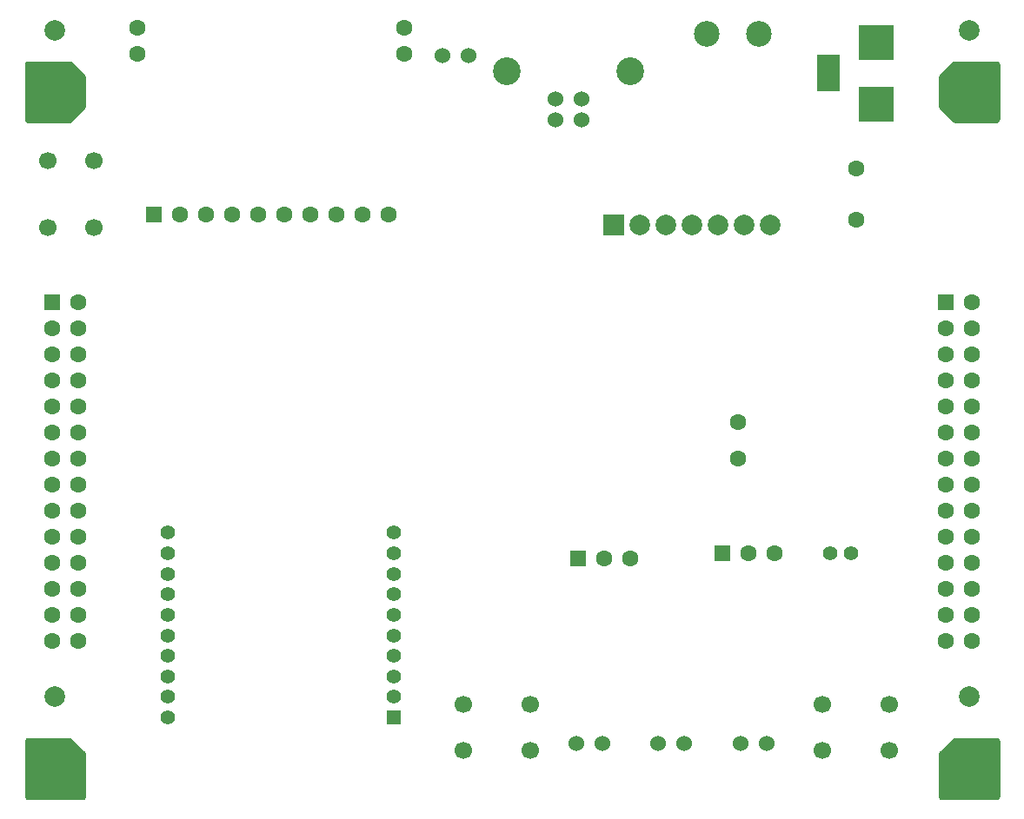
<source format=gbs>
%TF.GenerationSoftware,KiCad,Pcbnew,(5.1.12)-1*%
%TF.CreationDate,2022-03-07T16:27:54+09:00*%
%TF.ProjectId,RP2040CommandStation,52503230-3430-4436-9f6d-6d616e645374,rev?*%
%TF.SameCoordinates,PX6cb8080PY8d24d00*%
%TF.FileFunction,Soldermask,Bot*%
%TF.FilePolarity,Negative*%
%FSLAX46Y46*%
G04 Gerber Fmt 4.6, Leading zero omitted, Abs format (unit mm)*
G04 Created by KiCad (PCBNEW (5.1.12)-1) date 2022-03-07 16:27:54*
%MOMM*%
%LPD*%
G01*
G04 APERTURE LIST*
%ADD10C,2.000000*%
%ADD11C,1.600000*%
%ADD12C,1.400000*%
%ADD13R,1.600000X1.600000*%
%ADD14C,1.524000*%
%ADD15C,3.200000*%
%ADD16R,3.500120X3.500120*%
%ADD17R,2.200000X3.600000*%
%ADD18C,2.500000*%
%ADD19C,2.700000*%
%ADD20C,1.700000*%
%ADD21R,2.000000X2.000000*%
%ADD22R,1.400000X1.400000*%
%ADD23C,0.250000*%
%ADD24C,0.100000*%
G04 APERTURE END LIST*
D10*
%TO.C,REF\u002A\u002A*%
X3000000Y10000000D03*
%TD*%
%TO.C,REF\u002A\u002A*%
X92000000Y10000000D03*
%TD*%
%TO.C,REF\u002A\u002A*%
X3000000Y75000000D03*
%TD*%
%TO.C,REF\u002A\u002A*%
X92000000Y75000000D03*
%TD*%
D11*
%TO.C,C1*%
X81000000Y56500000D03*
X81000000Y61500000D03*
%TD*%
%TO.C,C3*%
X69500000Y33250000D03*
X69500000Y36750000D03*
%TD*%
D12*
%TO.C,C4*%
X78500000Y24000000D03*
X80500000Y24000000D03*
%TD*%
D11*
%TO.C,CN1*%
X35430000Y57000000D03*
X30350000Y57000000D03*
X27810000Y57000000D03*
X25270000Y57000000D03*
X22730000Y57000000D03*
X20190000Y57000000D03*
X17650000Y57000000D03*
X15110000Y57000000D03*
X11000000Y72730000D03*
X11000000Y75270000D03*
X37000000Y75270000D03*
X37000000Y72730000D03*
X32890000Y57000000D03*
D13*
X12570000Y57000000D03*
%TD*%
D14*
%TO.C,D5*%
X64270000Y5500000D03*
X61730000Y5500000D03*
%TD*%
%TO.C,D6*%
X72270000Y5500000D03*
X69730000Y5500000D03*
%TD*%
%TO.C,D7*%
X40730000Y72500000D03*
X43270000Y72500000D03*
%TD*%
D15*
%TO.C,H1*%
X92000000Y69000000D03*
%TD*%
%TO.C,H2*%
X92000000Y3000000D03*
%TD*%
%TO.C,H3*%
X3000000Y69000000D03*
%TD*%
%TO.C,H4*%
X3000000Y3000000D03*
%TD*%
D16*
%TO.C,J1*%
X83000000Y67799860D03*
X83000000Y73799340D03*
D17*
X78301000Y70799600D03*
%TD*%
D18*
%TO.C,J2*%
X71540000Y74600000D03*
X66460000Y74600000D03*
%TD*%
D14*
%TO.C,J3*%
X51750000Y66290000D03*
X54250000Y66290000D03*
X54250000Y68290000D03*
X51750000Y68290000D03*
D19*
X59020000Y71000000D03*
X46980000Y71000000D03*
%TD*%
D11*
%TO.C,J4*%
X5270000Y15490000D03*
X2730000Y15490000D03*
X5270000Y18030000D03*
X2730000Y18030000D03*
X5270000Y20570000D03*
X2730000Y20570000D03*
X5270000Y23110000D03*
X2730000Y23110000D03*
X5270000Y25650000D03*
X2730000Y25650000D03*
X5270000Y28190000D03*
X2730000Y28190000D03*
X5270000Y30730000D03*
X2730000Y30730000D03*
X5270000Y33270000D03*
X2730000Y33270000D03*
X5270000Y35810000D03*
X2730000Y35810000D03*
X5270000Y38350000D03*
X2730000Y38350000D03*
X5270000Y40890000D03*
X2730000Y40890000D03*
X5270000Y43430000D03*
X2730000Y43430000D03*
X5270000Y45970000D03*
X2730000Y45970000D03*
X5270000Y48510000D03*
D13*
X2730000Y48510000D03*
%TD*%
%TO.C,J5*%
X89730000Y48510000D03*
D11*
X92270000Y48510000D03*
X89730000Y45970000D03*
X92270000Y45970000D03*
X89730000Y43430000D03*
X92270000Y43430000D03*
X89730000Y40890000D03*
X92270000Y40890000D03*
X89730000Y38350000D03*
X92270000Y38350000D03*
X89730000Y35810000D03*
X92270000Y35810000D03*
X89730000Y33270000D03*
X92270000Y33270000D03*
X89730000Y30730000D03*
X92270000Y30730000D03*
X89730000Y28190000D03*
X92270000Y28190000D03*
X89730000Y25650000D03*
X92270000Y25650000D03*
X89730000Y23110000D03*
X92270000Y23110000D03*
X89730000Y20570000D03*
X92270000Y20570000D03*
X89730000Y18030000D03*
X92270000Y18030000D03*
X89730000Y15490000D03*
X92270000Y15490000D03*
%TD*%
D20*
%TO.C,SW1*%
X2250000Y55750000D03*
X2250000Y62250000D03*
X6750000Y55750000D03*
X6750000Y62250000D03*
%TD*%
%TO.C,SW2*%
X77750000Y9250000D03*
X84250000Y9250000D03*
X77750000Y4750000D03*
X84250000Y4750000D03*
%TD*%
D21*
%TO.C,U3*%
X57380000Y56000000D03*
D10*
X59920000Y56000000D03*
X62460000Y56000000D03*
X65000000Y56000000D03*
X67540000Y56000000D03*
X70080000Y56000000D03*
X72620000Y56000000D03*
%TD*%
D13*
%TO.C,U5*%
X67960000Y24000000D03*
D11*
X70500000Y24000000D03*
X73040000Y24000000D03*
%TD*%
D22*
%TO.C,U6*%
X36000000Y8000000D03*
D12*
X36000000Y10000000D03*
X36000000Y12000000D03*
X36000000Y14000000D03*
X36000000Y16000000D03*
X36000000Y18000000D03*
X36000000Y20000000D03*
X36000000Y22000000D03*
X36000000Y24000000D03*
X36000000Y26000000D03*
X14000000Y26000000D03*
X14000000Y24000000D03*
X14000000Y22000000D03*
X14000000Y20000000D03*
X14000000Y18000000D03*
X14000000Y16000000D03*
X14000000Y14000000D03*
X14000000Y12000000D03*
X14000000Y10000000D03*
X14000000Y8000000D03*
%TD*%
D11*
%TO.C,J6*%
X59040000Y23500000D03*
X56500000Y23500000D03*
D13*
X53960000Y23500000D03*
%TD*%
D20*
%TO.C,SW3*%
X49250000Y4750000D03*
X42750000Y4750000D03*
X49250000Y9250000D03*
X42750000Y9250000D03*
%TD*%
D14*
%TO.C,D8*%
X56270000Y5500000D03*
X53730000Y5500000D03*
%TD*%
D23*
X4441768Y5859417D02*
X4508188Y5815036D01*
X5815036Y4508188D01*
X5859417Y4441768D01*
X5875000Y4363426D01*
X5875000Y312310D01*
X5859417Y233968D01*
X5822012Y177988D01*
X5766032Y140583D01*
X5687690Y125000D01*
X312310Y125000D01*
X233968Y140583D01*
X177988Y177988D01*
X140583Y233968D01*
X125000Y312310D01*
X125000Y5687690D01*
X140583Y5766032D01*
X177988Y5822012D01*
X233968Y5859417D01*
X312310Y5875000D01*
X4363426Y5875000D01*
X4441768Y5859417D01*
D24*
G36*
X4441768Y5859417D02*
G01*
X4508188Y5815036D01*
X5815036Y4508188D01*
X5859417Y4441768D01*
X5875000Y4363426D01*
X5875000Y312310D01*
X5859417Y233968D01*
X5822012Y177988D01*
X5766032Y140583D01*
X5687690Y125000D01*
X312310Y125000D01*
X233968Y140583D01*
X177988Y177988D01*
X140583Y233968D01*
X125000Y312310D01*
X125000Y5687690D01*
X140583Y5766032D01*
X177988Y5822012D01*
X233968Y5859417D01*
X312310Y5875000D01*
X4363426Y5875000D01*
X4441768Y5859417D01*
G37*
D23*
X94766032Y5859417D02*
X94822012Y5822012D01*
X94859417Y5766032D01*
X94875000Y5687690D01*
X94875000Y312310D01*
X94859417Y233968D01*
X94822012Y177988D01*
X94766032Y140583D01*
X94687690Y125000D01*
X89312310Y125000D01*
X89233968Y140583D01*
X89177988Y177988D01*
X89140583Y233968D01*
X89125000Y312310D01*
X89125000Y4363426D01*
X89140583Y4441768D01*
X89184964Y4508188D01*
X90491812Y5815036D01*
X90558232Y5859417D01*
X90636574Y5875000D01*
X94687690Y5875000D01*
X94766032Y5859417D01*
D24*
G36*
X94766032Y5859417D02*
G01*
X94822012Y5822012D01*
X94859417Y5766032D01*
X94875000Y5687690D01*
X94875000Y312310D01*
X94859417Y233968D01*
X94822012Y177988D01*
X94766032Y140583D01*
X94687690Y125000D01*
X89312310Y125000D01*
X89233968Y140583D01*
X89177988Y177988D01*
X89140583Y233968D01*
X89125000Y312310D01*
X89125000Y4363426D01*
X89140583Y4441768D01*
X89184964Y4508188D01*
X90491812Y5815036D01*
X90558232Y5859417D01*
X90636574Y5875000D01*
X94687690Y5875000D01*
X94766032Y5859417D01*
G37*
D23*
X94766032Y71859417D02*
X94822012Y71822012D01*
X94859417Y71766032D01*
X94875000Y71687690D01*
X94875000Y66312310D01*
X94859417Y66233968D01*
X94822012Y66177988D01*
X94766032Y66140583D01*
X94687690Y66125000D01*
X90636574Y66125000D01*
X90558232Y66140583D01*
X90491812Y66184964D01*
X89184964Y67491812D01*
X89140583Y67558232D01*
X89125000Y67636574D01*
X89125000Y70363426D01*
X89140583Y70441768D01*
X89184964Y70508188D01*
X90491812Y71815036D01*
X90558232Y71859417D01*
X90636574Y71875000D01*
X94687690Y71875000D01*
X94766032Y71859417D01*
D24*
G36*
X94766032Y71859417D02*
G01*
X94822012Y71822012D01*
X94859417Y71766032D01*
X94875000Y71687690D01*
X94875000Y66312310D01*
X94859417Y66233968D01*
X94822012Y66177988D01*
X94766032Y66140583D01*
X94687690Y66125000D01*
X90636574Y66125000D01*
X90558232Y66140583D01*
X90491812Y66184964D01*
X89184964Y67491812D01*
X89140583Y67558232D01*
X89125000Y67636574D01*
X89125000Y70363426D01*
X89140583Y70441768D01*
X89184964Y70508188D01*
X90491812Y71815036D01*
X90558232Y71859417D01*
X90636574Y71875000D01*
X94687690Y71875000D01*
X94766032Y71859417D01*
G37*
D23*
X4441768Y71859417D02*
X4508188Y71815036D01*
X5815036Y70508188D01*
X5859417Y70441768D01*
X5875000Y70363426D01*
X5875000Y67636574D01*
X5859417Y67558232D01*
X5815036Y67491812D01*
X4508188Y66184964D01*
X4441768Y66140583D01*
X4363426Y66125000D01*
X312310Y66125000D01*
X233968Y66140583D01*
X177988Y66177988D01*
X140583Y66233968D01*
X125000Y66312310D01*
X125000Y71687690D01*
X140583Y71766032D01*
X177988Y71822012D01*
X233968Y71859417D01*
X312310Y71875000D01*
X4363426Y71875000D01*
X4441768Y71859417D01*
D24*
G36*
X4441768Y71859417D02*
G01*
X4508188Y71815036D01*
X5815036Y70508188D01*
X5859417Y70441768D01*
X5875000Y70363426D01*
X5875000Y67636574D01*
X5859417Y67558232D01*
X5815036Y67491812D01*
X4508188Y66184964D01*
X4441768Y66140583D01*
X4363426Y66125000D01*
X312310Y66125000D01*
X233968Y66140583D01*
X177988Y66177988D01*
X140583Y66233968D01*
X125000Y66312310D01*
X125000Y71687690D01*
X140583Y71766032D01*
X177988Y71822012D01*
X233968Y71859417D01*
X312310Y71875000D01*
X4363426Y71875000D01*
X4441768Y71859417D01*
G37*
M02*

</source>
